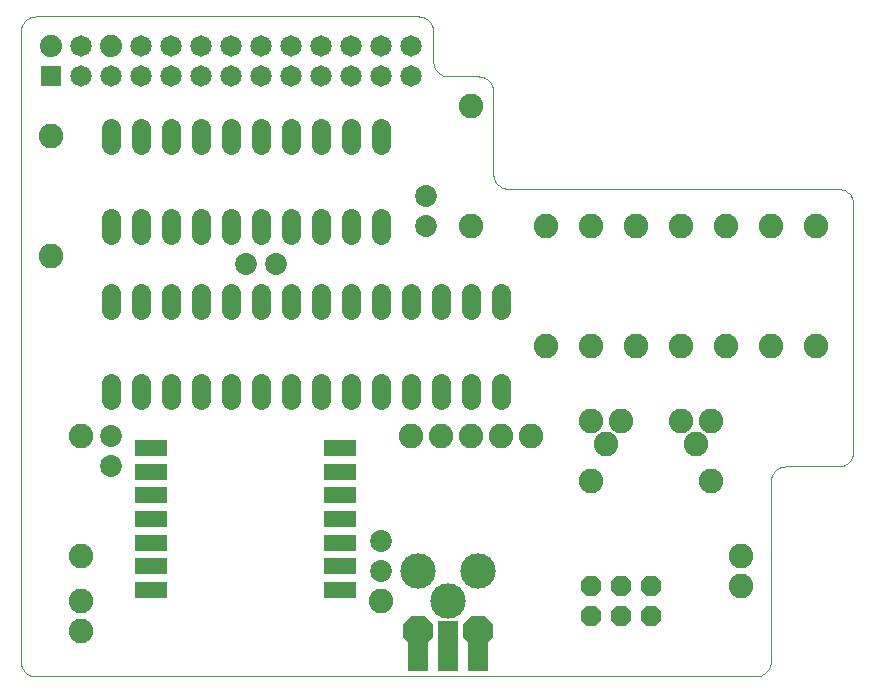
<source format=gts>
G75*
G70*
%OFA0B0*%
%FSLAX24Y24*%
%IPPOS*%
%LPD*%
%AMOC8*
5,1,8,0,0,1.08239X$1,22.5*
%
%ADD10C,0.0000*%
%ADD11R,0.0714X0.0714*%
%ADD12C,0.0740*%
%ADD13C,0.0714*%
%ADD14C,0.1180*%
%ADD15OC8,0.0995*%
%ADD16R,0.0680X0.1680*%
%ADD17C,0.0730*%
%ADD18R,0.1080X0.0580*%
%ADD19C,0.0640*%
%ADD20C,0.0820*%
%ADD21OC8,0.0680*%
D10*
X001680Y001180D02*
X025680Y001180D01*
X025724Y001182D01*
X025767Y001188D01*
X025809Y001197D01*
X025851Y001210D01*
X025891Y001227D01*
X025930Y001247D01*
X025967Y001270D01*
X026001Y001297D01*
X026034Y001326D01*
X026063Y001359D01*
X026090Y001393D01*
X026113Y001430D01*
X026133Y001469D01*
X026150Y001509D01*
X026163Y001551D01*
X026172Y001593D01*
X026178Y001636D01*
X026180Y001680D01*
X026180Y007680D01*
X026182Y007724D01*
X026188Y007767D01*
X026197Y007809D01*
X026210Y007851D01*
X026227Y007891D01*
X026247Y007930D01*
X026270Y007967D01*
X026297Y008001D01*
X026326Y008034D01*
X026359Y008063D01*
X026393Y008090D01*
X026430Y008113D01*
X026469Y008133D01*
X026509Y008150D01*
X026551Y008163D01*
X026593Y008172D01*
X026636Y008178D01*
X026680Y008180D01*
X028430Y008180D01*
X028474Y008182D01*
X028517Y008188D01*
X028559Y008197D01*
X028601Y008210D01*
X028641Y008227D01*
X028680Y008247D01*
X028717Y008270D01*
X028751Y008297D01*
X028784Y008326D01*
X028813Y008359D01*
X028840Y008393D01*
X028863Y008430D01*
X028883Y008469D01*
X028900Y008509D01*
X028913Y008551D01*
X028922Y008593D01*
X028928Y008636D01*
X028930Y008680D01*
X028930Y016930D01*
X028928Y016974D01*
X028922Y017017D01*
X028913Y017059D01*
X028900Y017101D01*
X028883Y017141D01*
X028863Y017180D01*
X028840Y017217D01*
X028813Y017251D01*
X028784Y017284D01*
X028751Y017313D01*
X028717Y017340D01*
X028680Y017363D01*
X028641Y017383D01*
X028601Y017400D01*
X028559Y017413D01*
X028517Y017422D01*
X028474Y017428D01*
X028430Y017430D01*
X017430Y017430D01*
X017386Y017432D01*
X017343Y017438D01*
X017301Y017447D01*
X017259Y017460D01*
X017219Y017477D01*
X017180Y017497D01*
X017143Y017520D01*
X017109Y017547D01*
X017076Y017576D01*
X017047Y017609D01*
X017020Y017643D01*
X016997Y017680D01*
X016977Y017719D01*
X016960Y017759D01*
X016947Y017801D01*
X016938Y017843D01*
X016932Y017886D01*
X016930Y017930D01*
X016930Y020680D01*
X016928Y020724D01*
X016922Y020767D01*
X016913Y020809D01*
X016900Y020851D01*
X016883Y020891D01*
X016863Y020930D01*
X016840Y020967D01*
X016813Y021001D01*
X016784Y021034D01*
X016751Y021063D01*
X016717Y021090D01*
X016680Y021113D01*
X016641Y021133D01*
X016601Y021150D01*
X016559Y021163D01*
X016517Y021172D01*
X016474Y021178D01*
X016430Y021180D01*
X015430Y021180D01*
X015386Y021182D01*
X015343Y021188D01*
X015301Y021197D01*
X015259Y021210D01*
X015219Y021227D01*
X015180Y021247D01*
X015143Y021270D01*
X015109Y021297D01*
X015076Y021326D01*
X015047Y021359D01*
X015020Y021393D01*
X014997Y021430D01*
X014977Y021469D01*
X014960Y021509D01*
X014947Y021551D01*
X014938Y021593D01*
X014932Y021636D01*
X014930Y021680D01*
X014930Y022680D01*
X014928Y022724D01*
X014922Y022767D01*
X014913Y022809D01*
X014900Y022851D01*
X014883Y022891D01*
X014863Y022930D01*
X014840Y022967D01*
X014813Y023001D01*
X014784Y023034D01*
X014751Y023063D01*
X014717Y023090D01*
X014680Y023113D01*
X014641Y023133D01*
X014601Y023150D01*
X014559Y023163D01*
X014517Y023172D01*
X014474Y023178D01*
X014430Y023180D01*
X001680Y023180D01*
X001636Y023178D01*
X001593Y023172D01*
X001551Y023163D01*
X001509Y023150D01*
X001469Y023133D01*
X001430Y023113D01*
X001393Y023090D01*
X001359Y023063D01*
X001326Y023034D01*
X001297Y023001D01*
X001270Y022967D01*
X001247Y022930D01*
X001227Y022891D01*
X001210Y022851D01*
X001197Y022809D01*
X001188Y022767D01*
X001182Y022724D01*
X001180Y022680D01*
X001180Y001680D01*
X001182Y001636D01*
X001188Y001593D01*
X001197Y001551D01*
X001210Y001509D01*
X001227Y001469D01*
X001247Y001430D01*
X001270Y001393D01*
X001297Y001359D01*
X001326Y001326D01*
X001359Y001297D01*
X001393Y001270D01*
X001430Y001247D01*
X001469Y001227D01*
X001509Y001210D01*
X001551Y001197D01*
X001593Y001188D01*
X001636Y001182D01*
X001680Y001180D01*
D11*
X002180Y021180D03*
D12*
X002180Y022180D03*
X004180Y022180D03*
D13*
X003180Y022180D03*
X003180Y021180D03*
X004180Y021180D03*
X005180Y021180D03*
X006180Y021180D03*
X007180Y021180D03*
X008180Y021180D03*
X009180Y021180D03*
X010180Y021180D03*
X011180Y021180D03*
X012180Y021180D03*
X013180Y021180D03*
X014180Y021180D03*
X014180Y022180D03*
X013180Y022180D03*
X012180Y022180D03*
X011180Y022180D03*
X010180Y022180D03*
X009180Y022180D03*
X008180Y022180D03*
X007180Y022180D03*
X006180Y022180D03*
X005180Y022180D03*
D14*
X014430Y004680D03*
X015430Y003680D03*
X016430Y004680D03*
D15*
X016430Y002680D03*
X014430Y002680D03*
D16*
X014430Y002180D03*
X015430Y002180D03*
X016430Y002180D03*
D17*
X013180Y004680D03*
X013180Y005680D03*
X004180Y008180D03*
X004180Y009180D03*
X008680Y014930D03*
X009680Y014930D03*
X014680Y016180D03*
X014680Y017180D03*
D18*
X011830Y008792D03*
X011830Y008005D03*
X011830Y007217D03*
X011830Y006430D03*
X011830Y005643D03*
X011830Y004855D03*
X011830Y004068D03*
X005530Y004068D03*
X005530Y004855D03*
X005530Y005643D03*
X005530Y006430D03*
X005530Y007217D03*
X005530Y008005D03*
X005530Y008792D03*
D19*
X005180Y010400D02*
X005180Y010960D01*
X006180Y010960D02*
X006180Y010400D01*
X007180Y010400D02*
X007180Y010960D01*
X008180Y010960D02*
X008180Y010400D01*
X009180Y010400D02*
X009180Y010960D01*
X010180Y010960D02*
X010180Y010400D01*
X011180Y010400D02*
X011180Y010960D01*
X012180Y010960D02*
X012180Y010400D01*
X013180Y010400D02*
X013180Y010960D01*
X014180Y010960D02*
X014180Y010400D01*
X015180Y010400D02*
X015180Y010960D01*
X016180Y010960D02*
X016180Y010400D01*
X017180Y010400D02*
X017180Y010960D01*
X017180Y013400D02*
X017180Y013960D01*
X016180Y013960D02*
X016180Y013400D01*
X015180Y013400D02*
X015180Y013960D01*
X014180Y013960D02*
X014180Y013400D01*
X013180Y013400D02*
X013180Y013960D01*
X012180Y013960D02*
X012180Y013400D01*
X011180Y013400D02*
X011180Y013960D01*
X010180Y013960D02*
X010180Y013400D01*
X009180Y013400D02*
X009180Y013960D01*
X008180Y013960D02*
X008180Y013400D01*
X007180Y013400D02*
X007180Y013960D01*
X006180Y013960D02*
X006180Y013400D01*
X005180Y013400D02*
X005180Y013960D01*
X004180Y013960D02*
X004180Y013400D01*
X004180Y015900D02*
X004180Y016460D01*
X005180Y016460D02*
X005180Y015900D01*
X006180Y015900D02*
X006180Y016460D01*
X007180Y016460D02*
X007180Y015900D01*
X008180Y015900D02*
X008180Y016460D01*
X009180Y016460D02*
X009180Y015900D01*
X010180Y015900D02*
X010180Y016460D01*
X011180Y016460D02*
X011180Y015900D01*
X012180Y015900D02*
X012180Y016460D01*
X013180Y016460D02*
X013180Y015900D01*
X013180Y018900D02*
X013180Y019460D01*
X012180Y019460D02*
X012180Y018900D01*
X011180Y018900D02*
X011180Y019460D01*
X010180Y019460D02*
X010180Y018900D01*
X009180Y018900D02*
X009180Y019460D01*
X008180Y019460D02*
X008180Y018900D01*
X007180Y018900D02*
X007180Y019460D01*
X006180Y019460D02*
X006180Y018900D01*
X005180Y018900D02*
X005180Y019460D01*
X004180Y019460D02*
X004180Y018900D01*
X004180Y010960D02*
X004180Y010400D01*
D20*
X003180Y009180D03*
X003180Y005180D03*
X003180Y003680D03*
X003180Y002680D03*
X013180Y003680D03*
X014180Y009180D03*
X015180Y009180D03*
X016180Y009180D03*
X017180Y009180D03*
X018180Y009180D03*
X020180Y009680D03*
X020680Y008930D03*
X021180Y009680D03*
X023180Y009680D03*
X023680Y008930D03*
X024180Y009680D03*
X024180Y007680D03*
X025180Y005180D03*
X025180Y004180D03*
X020180Y007680D03*
X020180Y012180D03*
X018680Y012180D03*
X021680Y012180D03*
X023180Y012180D03*
X024680Y012180D03*
X026180Y012180D03*
X027680Y012180D03*
X027680Y016180D03*
X026180Y016180D03*
X024680Y016180D03*
X023180Y016180D03*
X021680Y016180D03*
X020180Y016180D03*
X018680Y016180D03*
X016180Y016180D03*
X016180Y020180D03*
X002180Y019180D03*
X002180Y015180D03*
D21*
X020180Y004180D03*
X021180Y004180D03*
X021180Y003180D03*
X020180Y003180D03*
X022180Y003180D03*
X022180Y004180D03*
M02*

</source>
